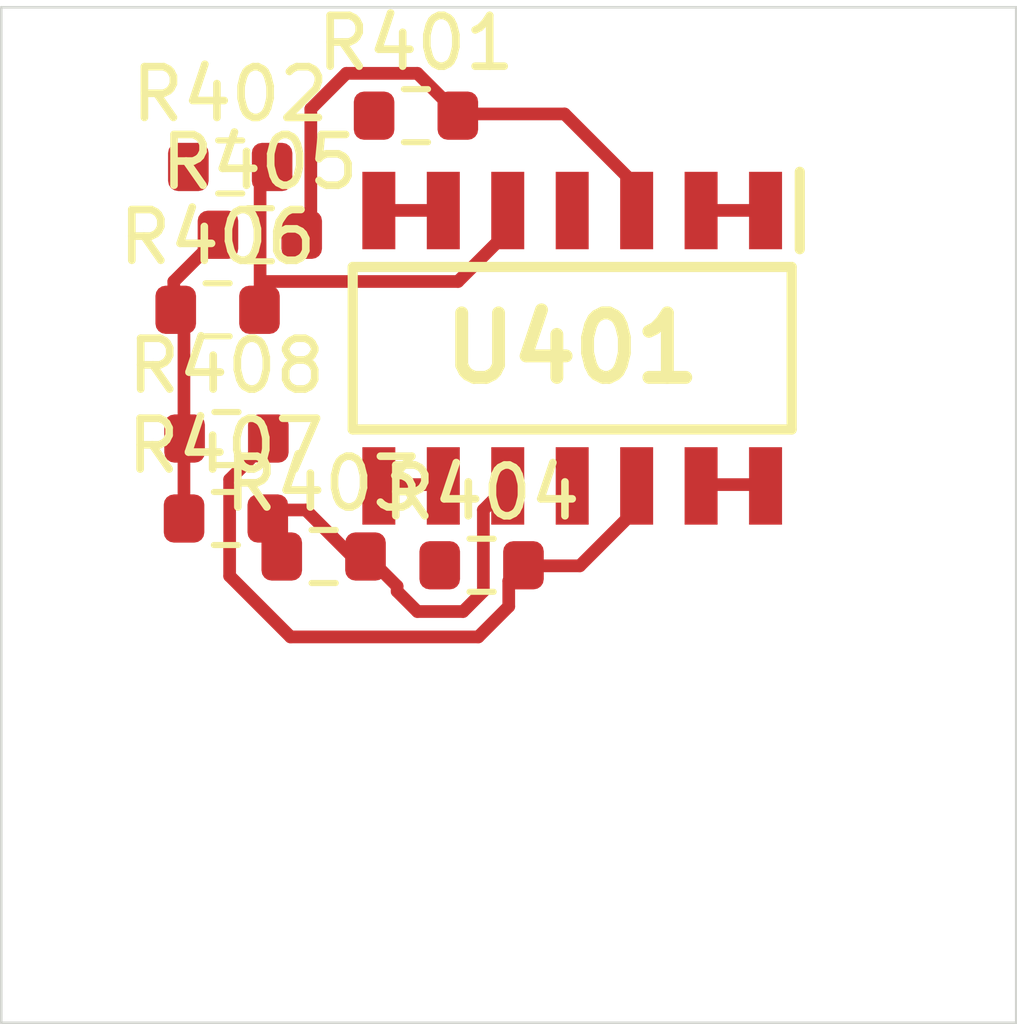
<source format=kicad_pcb>
 ( kicad_pcb  ( version 20171130 )
 ( host pcbnew 5.1.12-84ad8e8a86~92~ubuntu18.04.1 )
 ( general  ( thickness 1.6 )
 ( drawings 4 )
 ( tracks 0 )
 ( zones 0 )
 ( modules 9 )
 ( nets 14 )
)
 ( page A4 )
 ( layers  ( 0 F.Cu signal )
 ( 31 B.Cu signal )
 ( 32 B.Adhes user )
 ( 33 F.Adhes user )
 ( 34 B.Paste user )
 ( 35 F.Paste user )
 ( 36 B.SilkS user )
 ( 37 F.SilkS user )
 ( 38 B.Mask user )
 ( 39 F.Mask user )
 ( 40 Dwgs.User user )
 ( 41 Cmts.User user )
 ( 42 Eco1.User user )
 ( 43 Eco2.User user )
 ( 44 Edge.Cuts user )
 ( 45 Margin user )
 ( 46 B.CrtYd user )
 ( 47 F.CrtYd user )
 ( 48 B.Fab user )
 ( 49 F.Fab user )
)
 ( setup  ( last_trace_width 0.25 )
 ( trace_clearance 0.2 )
 ( zone_clearance 0.508 )
 ( zone_45_only no )
 ( trace_min 0.2 )
 ( via_size 0.8 )
 ( via_drill 0.4 )
 ( via_min_size 0.4 )
 ( via_min_drill 0.3 )
 ( uvia_size 0.3 )
 ( uvia_drill 0.1 )
 ( uvias_allowed no )
 ( uvia_min_size 0.2 )
 ( uvia_min_drill 0.1 )
 ( edge_width 0.05 )
 ( segment_width 0.2 )
 ( pcb_text_width 0.3 )
 ( pcb_text_size 1.5 1.5 )
 ( mod_edge_width 0.12 )
 ( mod_text_size 1 1 )
 ( mod_text_width 0.15 )
 ( pad_size 1.524 1.524 )
 ( pad_drill 0.762 )
 ( pad_to_mask_clearance 0 )
 ( aux_axis_origin 0 0 )
 ( visible_elements FFFFFF7F )
 ( pcbplotparams  ( layerselection 0x010fc_ffffffff )
 ( usegerberextensions false )
 ( usegerberattributes true )
 ( usegerberadvancedattributes true )
 ( creategerberjobfile true )
 ( excludeedgelayer true )
 ( linewidth 0.100000 )
 ( plotframeref false )
 ( viasonmask false )
 ( mode 1 )
 ( useauxorigin false )
 ( hpglpennumber 1 )
 ( hpglpenspeed 20 )
 ( hpglpendiameter 15.000000 )
 ( psnegative false )
 ( psa4output false )
 ( plotreference true )
 ( plotvalue true )
 ( plotinvisibletext false )
 ( padsonsilk false )
 ( subtractmaskfromsilk false )
 ( outputformat 1 )
 ( mirror false )
 ( drillshape 1 )
 ( scaleselection 1 )
 ( outputdirectory "" )
)
)
 ( net 0 "" )
 ( net 1 /Sheet6235D886/vp )
 ( net 2 /Sheet6248AD22/chn0 )
 ( net 3 /Sheet6248AD22/chn1 )
 ( net 4 /Sheet6248AD22/chn2 )
 ( net 5 /Sheet6248AD22/chn3 )
 ( net 6 "Net-(R401-Pad2)" )
 ( net 7 "Net-(R402-Pad2)" )
 ( net 8 "Net-(R403-Pad2)" )
 ( net 9 "Net-(R404-Pad2)" )
 ( net 10 /Sheet6248AD22/chn0_n )
 ( net 11 /Sheet6248AD22/chn1_n )
 ( net 12 /Sheet6248AD22/chn2_n )
 ( net 13 /Sheet6248AD22/chn3_n )
 ( net_class Default "This is the default net class."  ( clearance 0.2 )
 ( trace_width 0.25 )
 ( via_dia 0.8 )
 ( via_drill 0.4 )
 ( uvia_dia 0.3 )
 ( uvia_drill 0.1 )
 ( add_net /Sheet6235D886/vp )
 ( add_net /Sheet6248AD22/chn0 )
 ( add_net /Sheet6248AD22/chn0_n )
 ( add_net /Sheet6248AD22/chn1 )
 ( add_net /Sheet6248AD22/chn1_n )
 ( add_net /Sheet6248AD22/chn2 )
 ( add_net /Sheet6248AD22/chn2_n )
 ( add_net /Sheet6248AD22/chn3 )
 ( add_net /Sheet6248AD22/chn3_n )
 ( add_net "Net-(R401-Pad2)" )
 ( add_net "Net-(R402-Pad2)" )
 ( add_net "Net-(R403-Pad2)" )
 ( add_net "Net-(R404-Pad2)" )
)
 ( module Resistor_SMD:R_0603_1608Metric  ( layer F.Cu )
 ( tedit 5F68FEEE )
 ( tstamp 623425C8 )
 ( at 88.171900 102.134000 )
 ( descr "Resistor SMD 0603 (1608 Metric), square (rectangular) end terminal, IPC_7351 nominal, (Body size source: IPC-SM-782 page 72, https://www.pcb-3d.com/wordpress/wp-content/uploads/ipc-sm-782a_amendment_1_and_2.pdf), generated with kicad-footprint-generator" )
 ( tags resistor )
 ( path /6248AD23/6249ADFD )
 ( attr smd )
 ( fp_text reference R401  ( at 0 -1.43 )
 ( layer F.SilkS )
 ( effects  ( font  ( size 1 1 )
 ( thickness 0.15 )
)
)
)
 ( fp_text value 10M  ( at 0 1.43 )
 ( layer F.Fab )
 ( effects  ( font  ( size 1 1 )
 ( thickness 0.15 )
)
)
)
 ( fp_line  ( start -0.8 0.4125 )
 ( end -0.8 -0.4125 )
 ( layer F.Fab )
 ( width 0.1 )
)
 ( fp_line  ( start -0.8 -0.4125 )
 ( end 0.8 -0.4125 )
 ( layer F.Fab )
 ( width 0.1 )
)
 ( fp_line  ( start 0.8 -0.4125 )
 ( end 0.8 0.4125 )
 ( layer F.Fab )
 ( width 0.1 )
)
 ( fp_line  ( start 0.8 0.4125 )
 ( end -0.8 0.4125 )
 ( layer F.Fab )
 ( width 0.1 )
)
 ( fp_line  ( start -0.237258 -0.5225 )
 ( end 0.237258 -0.5225 )
 ( layer F.SilkS )
 ( width 0.12 )
)
 ( fp_line  ( start -0.237258 0.5225 )
 ( end 0.237258 0.5225 )
 ( layer F.SilkS )
 ( width 0.12 )
)
 ( fp_line  ( start -1.48 0.73 )
 ( end -1.48 -0.73 )
 ( layer F.CrtYd )
 ( width 0.05 )
)
 ( fp_line  ( start -1.48 -0.73 )
 ( end 1.48 -0.73 )
 ( layer F.CrtYd )
 ( width 0.05 )
)
 ( fp_line  ( start 1.48 -0.73 )
 ( end 1.48 0.73 )
 ( layer F.CrtYd )
 ( width 0.05 )
)
 ( fp_line  ( start 1.48 0.73 )
 ( end -1.48 0.73 )
 ( layer F.CrtYd )
 ( width 0.05 )
)
 ( fp_text user %R  ( at 0 0 )
 ( layer F.Fab )
 ( effects  ( font  ( size 0.4 0.4 )
 ( thickness 0.06 )
)
)
)
 ( pad 2 smd roundrect  ( at 0.825 0 )
 ( size 0.8 0.95 )
 ( layers F.Cu F.Mask F.Paste )
 ( roundrect_rratio 0.25 )
 ( net 6 "Net-(R401-Pad2)" )
)
 ( pad 1 smd roundrect  ( at -0.825 0 )
 ( size 0.8 0.95 )
 ( layers F.Cu F.Mask F.Paste )
 ( roundrect_rratio 0.25 )
 ( net 10 /Sheet6248AD22/chn0_n )
)
 ( model ${KISYS3DMOD}/Resistor_SMD.3dshapes/R_0603_1608Metric.wrl  ( at  ( xyz 0 0 0 )
)
 ( scale  ( xyz 1 1 1 )
)
 ( rotate  ( xyz 0 0 0 )
)
)
)
 ( module Resistor_SMD:R_0603_1608Metric  ( layer F.Cu )
 ( tedit 5F68FEEE )
 ( tstamp 623425D9 )
 ( at 84.511600 103.144000 )
 ( descr "Resistor SMD 0603 (1608 Metric), square (rectangular) end terminal, IPC_7351 nominal, (Body size source: IPC-SM-782 page 72, https://www.pcb-3d.com/wordpress/wp-content/uploads/ipc-sm-782a_amendment_1_and_2.pdf), generated with kicad-footprint-generator" )
 ( tags resistor )
 ( path /6248AD23/6249B75E )
 ( attr smd )
 ( fp_text reference R402  ( at 0 -1.43 )
 ( layer F.SilkS )
 ( effects  ( font  ( size 1 1 )
 ( thickness 0.15 )
)
)
)
 ( fp_text value 10M  ( at 0 1.43 )
 ( layer F.Fab )
 ( effects  ( font  ( size 1 1 )
 ( thickness 0.15 )
)
)
)
 ( fp_line  ( start 1.48 0.73 )
 ( end -1.48 0.73 )
 ( layer F.CrtYd )
 ( width 0.05 )
)
 ( fp_line  ( start 1.48 -0.73 )
 ( end 1.48 0.73 )
 ( layer F.CrtYd )
 ( width 0.05 )
)
 ( fp_line  ( start -1.48 -0.73 )
 ( end 1.48 -0.73 )
 ( layer F.CrtYd )
 ( width 0.05 )
)
 ( fp_line  ( start -1.48 0.73 )
 ( end -1.48 -0.73 )
 ( layer F.CrtYd )
 ( width 0.05 )
)
 ( fp_line  ( start -0.237258 0.5225 )
 ( end 0.237258 0.5225 )
 ( layer F.SilkS )
 ( width 0.12 )
)
 ( fp_line  ( start -0.237258 -0.5225 )
 ( end 0.237258 -0.5225 )
 ( layer F.SilkS )
 ( width 0.12 )
)
 ( fp_line  ( start 0.8 0.4125 )
 ( end -0.8 0.4125 )
 ( layer F.Fab )
 ( width 0.1 )
)
 ( fp_line  ( start 0.8 -0.4125 )
 ( end 0.8 0.4125 )
 ( layer F.Fab )
 ( width 0.1 )
)
 ( fp_line  ( start -0.8 -0.4125 )
 ( end 0.8 -0.4125 )
 ( layer F.Fab )
 ( width 0.1 )
)
 ( fp_line  ( start -0.8 0.4125 )
 ( end -0.8 -0.4125 )
 ( layer F.Fab )
 ( width 0.1 )
)
 ( fp_text user %R  ( at 0 0 )
 ( layer F.Fab )
 ( effects  ( font  ( size 0.4 0.4 )
 ( thickness 0.06 )
)
)
)
 ( pad 1 smd roundrect  ( at -0.825 0 )
 ( size 0.8 0.95 )
 ( layers F.Cu F.Mask F.Paste )
 ( roundrect_rratio 0.25 )
 ( net 11 /Sheet6248AD22/chn1_n )
)
 ( pad 2 smd roundrect  ( at 0.825 0 )
 ( size 0.8 0.95 )
 ( layers F.Cu F.Mask F.Paste )
 ( roundrect_rratio 0.25 )
 ( net 7 "Net-(R402-Pad2)" )
)
 ( model ${KISYS3DMOD}/Resistor_SMD.3dshapes/R_0603_1608Metric.wrl  ( at  ( xyz 0 0 0 )
)
 ( scale  ( xyz 1 1 1 )
)
 ( rotate  ( xyz 0 0 0 )
)
)
)
 ( module Resistor_SMD:R_0603_1608Metric  ( layer F.Cu )
 ( tedit 5F68FEEE )
 ( tstamp 623425EA )
 ( at 86.352300 110.816000 )
 ( descr "Resistor SMD 0603 (1608 Metric), square (rectangular) end terminal, IPC_7351 nominal, (Body size source: IPC-SM-782 page 72, https://www.pcb-3d.com/wordpress/wp-content/uploads/ipc-sm-782a_amendment_1_and_2.pdf), generated with kicad-footprint-generator" )
 ( tags resistor )
 ( path /6248AD23/6249FB7A )
 ( attr smd )
 ( fp_text reference R403  ( at 0 -1.43 )
 ( layer F.SilkS )
 ( effects  ( font  ( size 1 1 )
 ( thickness 0.15 )
)
)
)
 ( fp_text value 10M  ( at 0 1.43 )
 ( layer F.Fab )
 ( effects  ( font  ( size 1 1 )
 ( thickness 0.15 )
)
)
)
 ( fp_line  ( start 1.48 0.73 )
 ( end -1.48 0.73 )
 ( layer F.CrtYd )
 ( width 0.05 )
)
 ( fp_line  ( start 1.48 -0.73 )
 ( end 1.48 0.73 )
 ( layer F.CrtYd )
 ( width 0.05 )
)
 ( fp_line  ( start -1.48 -0.73 )
 ( end 1.48 -0.73 )
 ( layer F.CrtYd )
 ( width 0.05 )
)
 ( fp_line  ( start -1.48 0.73 )
 ( end -1.48 -0.73 )
 ( layer F.CrtYd )
 ( width 0.05 )
)
 ( fp_line  ( start -0.237258 0.5225 )
 ( end 0.237258 0.5225 )
 ( layer F.SilkS )
 ( width 0.12 )
)
 ( fp_line  ( start -0.237258 -0.5225 )
 ( end 0.237258 -0.5225 )
 ( layer F.SilkS )
 ( width 0.12 )
)
 ( fp_line  ( start 0.8 0.4125 )
 ( end -0.8 0.4125 )
 ( layer F.Fab )
 ( width 0.1 )
)
 ( fp_line  ( start 0.8 -0.4125 )
 ( end 0.8 0.4125 )
 ( layer F.Fab )
 ( width 0.1 )
)
 ( fp_line  ( start -0.8 -0.4125 )
 ( end 0.8 -0.4125 )
 ( layer F.Fab )
 ( width 0.1 )
)
 ( fp_line  ( start -0.8 0.4125 )
 ( end -0.8 -0.4125 )
 ( layer F.Fab )
 ( width 0.1 )
)
 ( fp_text user %R  ( at 0 0 )
 ( layer F.Fab )
 ( effects  ( font  ( size 0.4 0.4 )
 ( thickness 0.06 )
)
)
)
 ( pad 1 smd roundrect  ( at -0.825 0 )
 ( size 0.8 0.95 )
 ( layers F.Cu F.Mask F.Paste )
 ( roundrect_rratio 0.25 )
 ( net 12 /Sheet6248AD22/chn2_n )
)
 ( pad 2 smd roundrect  ( at 0.825 0 )
 ( size 0.8 0.95 )
 ( layers F.Cu F.Mask F.Paste )
 ( roundrect_rratio 0.25 )
 ( net 8 "Net-(R403-Pad2)" )
)
 ( model ${KISYS3DMOD}/Resistor_SMD.3dshapes/R_0603_1608Metric.wrl  ( at  ( xyz 0 0 0 )
)
 ( scale  ( xyz 1 1 1 )
)
 ( rotate  ( xyz 0 0 0 )
)
)
)
 ( module Resistor_SMD:R_0603_1608Metric  ( layer F.Cu )
 ( tedit 5F68FEEE )
 ( tstamp 623425FB )
 ( at 89.465100 110.989000 )
 ( descr "Resistor SMD 0603 (1608 Metric), square (rectangular) end terminal, IPC_7351 nominal, (Body size source: IPC-SM-782 page 72, https://www.pcb-3d.com/wordpress/wp-content/uploads/ipc-sm-782a_amendment_1_and_2.pdf), generated with kicad-footprint-generator" )
 ( tags resistor )
 ( path /6248AD23/6249FB74 )
 ( attr smd )
 ( fp_text reference R404  ( at 0 -1.43 )
 ( layer F.SilkS )
 ( effects  ( font  ( size 1 1 )
 ( thickness 0.15 )
)
)
)
 ( fp_text value 10M  ( at 0 1.43 )
 ( layer F.Fab )
 ( effects  ( font  ( size 1 1 )
 ( thickness 0.15 )
)
)
)
 ( fp_line  ( start -0.8 0.4125 )
 ( end -0.8 -0.4125 )
 ( layer F.Fab )
 ( width 0.1 )
)
 ( fp_line  ( start -0.8 -0.4125 )
 ( end 0.8 -0.4125 )
 ( layer F.Fab )
 ( width 0.1 )
)
 ( fp_line  ( start 0.8 -0.4125 )
 ( end 0.8 0.4125 )
 ( layer F.Fab )
 ( width 0.1 )
)
 ( fp_line  ( start 0.8 0.4125 )
 ( end -0.8 0.4125 )
 ( layer F.Fab )
 ( width 0.1 )
)
 ( fp_line  ( start -0.237258 -0.5225 )
 ( end 0.237258 -0.5225 )
 ( layer F.SilkS )
 ( width 0.12 )
)
 ( fp_line  ( start -0.237258 0.5225 )
 ( end 0.237258 0.5225 )
 ( layer F.SilkS )
 ( width 0.12 )
)
 ( fp_line  ( start -1.48 0.73 )
 ( end -1.48 -0.73 )
 ( layer F.CrtYd )
 ( width 0.05 )
)
 ( fp_line  ( start -1.48 -0.73 )
 ( end 1.48 -0.73 )
 ( layer F.CrtYd )
 ( width 0.05 )
)
 ( fp_line  ( start 1.48 -0.73 )
 ( end 1.48 0.73 )
 ( layer F.CrtYd )
 ( width 0.05 )
)
 ( fp_line  ( start 1.48 0.73 )
 ( end -1.48 0.73 )
 ( layer F.CrtYd )
 ( width 0.05 )
)
 ( fp_text user %R  ( at 0 0 )
 ( layer F.Fab )
 ( effects  ( font  ( size 0.4 0.4 )
 ( thickness 0.06 )
)
)
)
 ( pad 2 smd roundrect  ( at 0.825 0 )
 ( size 0.8 0.95 )
 ( layers F.Cu F.Mask F.Paste )
 ( roundrect_rratio 0.25 )
 ( net 9 "Net-(R404-Pad2)" )
)
 ( pad 1 smd roundrect  ( at -0.825 0 )
 ( size 0.8 0.95 )
 ( layers F.Cu F.Mask F.Paste )
 ( roundrect_rratio 0.25 )
 ( net 13 /Sheet6248AD22/chn3_n )
)
 ( model ${KISYS3DMOD}/Resistor_SMD.3dshapes/R_0603_1608Metric.wrl  ( at  ( xyz 0 0 0 )
)
 ( scale  ( xyz 1 1 1 )
)
 ( rotate  ( xyz 0 0 0 )
)
)
)
 ( module Resistor_SMD:R_0603_1608Metric  ( layer F.Cu )
 ( tedit 5F68FEEE )
 ( tstamp 6234260C )
 ( at 85.094900 104.479000 )
 ( descr "Resistor SMD 0603 (1608 Metric), square (rectangular) end terminal, IPC_7351 nominal, (Body size source: IPC-SM-782 page 72, https://www.pcb-3d.com/wordpress/wp-content/uploads/ipc-sm-782a_amendment_1_and_2.pdf), generated with kicad-footprint-generator" )
 ( tags resistor )
 ( path /6248AD23/62497F62 )
 ( attr smd )
 ( fp_text reference R405  ( at 0 -1.43 )
 ( layer F.SilkS )
 ( effects  ( font  ( size 1 1 )
 ( thickness 0.15 )
)
)
)
 ( fp_text value 750k  ( at 0 1.43 )
 ( layer F.Fab )
 ( effects  ( font  ( size 1 1 )
 ( thickness 0.15 )
)
)
)
 ( fp_line  ( start -0.8 0.4125 )
 ( end -0.8 -0.4125 )
 ( layer F.Fab )
 ( width 0.1 )
)
 ( fp_line  ( start -0.8 -0.4125 )
 ( end 0.8 -0.4125 )
 ( layer F.Fab )
 ( width 0.1 )
)
 ( fp_line  ( start 0.8 -0.4125 )
 ( end 0.8 0.4125 )
 ( layer F.Fab )
 ( width 0.1 )
)
 ( fp_line  ( start 0.8 0.4125 )
 ( end -0.8 0.4125 )
 ( layer F.Fab )
 ( width 0.1 )
)
 ( fp_line  ( start -0.237258 -0.5225 )
 ( end 0.237258 -0.5225 )
 ( layer F.SilkS )
 ( width 0.12 )
)
 ( fp_line  ( start -0.237258 0.5225 )
 ( end 0.237258 0.5225 )
 ( layer F.SilkS )
 ( width 0.12 )
)
 ( fp_line  ( start -1.48 0.73 )
 ( end -1.48 -0.73 )
 ( layer F.CrtYd )
 ( width 0.05 )
)
 ( fp_line  ( start -1.48 -0.73 )
 ( end 1.48 -0.73 )
 ( layer F.CrtYd )
 ( width 0.05 )
)
 ( fp_line  ( start 1.48 -0.73 )
 ( end 1.48 0.73 )
 ( layer F.CrtYd )
 ( width 0.05 )
)
 ( fp_line  ( start 1.48 0.73 )
 ( end -1.48 0.73 )
 ( layer F.CrtYd )
 ( width 0.05 )
)
 ( fp_text user %R  ( at 0 0 )
 ( layer F.Fab )
 ( effects  ( font  ( size 0.4 0.4 )
 ( thickness 0.06 )
)
)
)
 ( pad 2 smd roundrect  ( at 0.825 0 )
 ( size 0.8 0.95 )
 ( layers F.Cu F.Mask F.Paste )
 ( roundrect_rratio 0.25 )
 ( net 6 "Net-(R401-Pad2)" )
)
 ( pad 1 smd roundrect  ( at -0.825 0 )
 ( size 0.8 0.95 )
 ( layers F.Cu F.Mask F.Paste )
 ( roundrect_rratio 0.25 )
 ( net 1 /Sheet6235D886/vp )
)
 ( model ${KISYS3DMOD}/Resistor_SMD.3dshapes/R_0603_1608Metric.wrl  ( at  ( xyz 0 0 0 )
)
 ( scale  ( xyz 1 1 1 )
)
 ( rotate  ( xyz 0 0 0 )
)
)
)
 ( module Resistor_SMD:R_0603_1608Metric  ( layer F.Cu )
 ( tedit 5F68FEEE )
 ( tstamp 6234261D )
 ( at 84.263100 105.957000 )
 ( descr "Resistor SMD 0603 (1608 Metric), square (rectangular) end terminal, IPC_7351 nominal, (Body size source: IPC-SM-782 page 72, https://www.pcb-3d.com/wordpress/wp-content/uploads/ipc-sm-782a_amendment_1_and_2.pdf), generated with kicad-footprint-generator" )
 ( tags resistor )
 ( path /6248AD23/62499098 )
 ( attr smd )
 ( fp_text reference R406  ( at 0 -1.43 )
 ( layer F.SilkS )
 ( effects  ( font  ( size 1 1 )
 ( thickness 0.15 )
)
)
)
 ( fp_text value 750k  ( at 0 1.43 )
 ( layer F.Fab )
 ( effects  ( font  ( size 1 1 )
 ( thickness 0.15 )
)
)
)
 ( fp_line  ( start 1.48 0.73 )
 ( end -1.48 0.73 )
 ( layer F.CrtYd )
 ( width 0.05 )
)
 ( fp_line  ( start 1.48 -0.73 )
 ( end 1.48 0.73 )
 ( layer F.CrtYd )
 ( width 0.05 )
)
 ( fp_line  ( start -1.48 -0.73 )
 ( end 1.48 -0.73 )
 ( layer F.CrtYd )
 ( width 0.05 )
)
 ( fp_line  ( start -1.48 0.73 )
 ( end -1.48 -0.73 )
 ( layer F.CrtYd )
 ( width 0.05 )
)
 ( fp_line  ( start -0.237258 0.5225 )
 ( end 0.237258 0.5225 )
 ( layer F.SilkS )
 ( width 0.12 )
)
 ( fp_line  ( start -0.237258 -0.5225 )
 ( end 0.237258 -0.5225 )
 ( layer F.SilkS )
 ( width 0.12 )
)
 ( fp_line  ( start 0.8 0.4125 )
 ( end -0.8 0.4125 )
 ( layer F.Fab )
 ( width 0.1 )
)
 ( fp_line  ( start 0.8 -0.4125 )
 ( end 0.8 0.4125 )
 ( layer F.Fab )
 ( width 0.1 )
)
 ( fp_line  ( start -0.8 -0.4125 )
 ( end 0.8 -0.4125 )
 ( layer F.Fab )
 ( width 0.1 )
)
 ( fp_line  ( start -0.8 0.4125 )
 ( end -0.8 -0.4125 )
 ( layer F.Fab )
 ( width 0.1 )
)
 ( fp_text user %R  ( at 0 0 )
 ( layer F.Fab )
 ( effects  ( font  ( size 0.4 0.4 )
 ( thickness 0.06 )
)
)
)
 ( pad 1 smd roundrect  ( at -0.825 0 )
 ( size 0.8 0.95 )
 ( layers F.Cu F.Mask F.Paste )
 ( roundrect_rratio 0.25 )
 ( net 1 /Sheet6235D886/vp )
)
 ( pad 2 smd roundrect  ( at 0.825 0 )
 ( size 0.8 0.95 )
 ( layers F.Cu F.Mask F.Paste )
 ( roundrect_rratio 0.25 )
 ( net 7 "Net-(R402-Pad2)" )
)
 ( model ${KISYS3DMOD}/Resistor_SMD.3dshapes/R_0603_1608Metric.wrl  ( at  ( xyz 0 0 0 )
)
 ( scale  ( xyz 1 1 1 )
)
 ( rotate  ( xyz 0 0 0 )
)
)
)
 ( module Resistor_SMD:R_0603_1608Metric  ( layer F.Cu )
 ( tedit 5F68FEEE )
 ( tstamp 6234262E )
 ( at 84.426900 110.068000 )
 ( descr "Resistor SMD 0603 (1608 Metric), square (rectangular) end terminal, IPC_7351 nominal, (Body size source: IPC-SM-782 page 72, https://www.pcb-3d.com/wordpress/wp-content/uploads/ipc-sm-782a_amendment_1_and_2.pdf), generated with kicad-footprint-generator" )
 ( tags resistor )
 ( path /6248AD23/624A0FFB )
 ( attr smd )
 ( fp_text reference R407  ( at 0 -1.43 )
 ( layer F.SilkS )
 ( effects  ( font  ( size 1 1 )
 ( thickness 0.15 )
)
)
)
 ( fp_text value 1.5M  ( at 0 1.43 )
 ( layer F.Fab )
 ( effects  ( font  ( size 1 1 )
 ( thickness 0.15 )
)
)
)
 ( fp_line  ( start 1.48 0.73 )
 ( end -1.48 0.73 )
 ( layer F.CrtYd )
 ( width 0.05 )
)
 ( fp_line  ( start 1.48 -0.73 )
 ( end 1.48 0.73 )
 ( layer F.CrtYd )
 ( width 0.05 )
)
 ( fp_line  ( start -1.48 -0.73 )
 ( end 1.48 -0.73 )
 ( layer F.CrtYd )
 ( width 0.05 )
)
 ( fp_line  ( start -1.48 0.73 )
 ( end -1.48 -0.73 )
 ( layer F.CrtYd )
 ( width 0.05 )
)
 ( fp_line  ( start -0.237258 0.5225 )
 ( end 0.237258 0.5225 )
 ( layer F.SilkS )
 ( width 0.12 )
)
 ( fp_line  ( start -0.237258 -0.5225 )
 ( end 0.237258 -0.5225 )
 ( layer F.SilkS )
 ( width 0.12 )
)
 ( fp_line  ( start 0.8 0.4125 )
 ( end -0.8 0.4125 )
 ( layer F.Fab )
 ( width 0.1 )
)
 ( fp_line  ( start 0.8 -0.4125 )
 ( end 0.8 0.4125 )
 ( layer F.Fab )
 ( width 0.1 )
)
 ( fp_line  ( start -0.8 -0.4125 )
 ( end 0.8 -0.4125 )
 ( layer F.Fab )
 ( width 0.1 )
)
 ( fp_line  ( start -0.8 0.4125 )
 ( end -0.8 -0.4125 )
 ( layer F.Fab )
 ( width 0.1 )
)
 ( fp_text user %R  ( at 0 0 )
 ( layer F.Fab )
 ( effects  ( font  ( size 0.4 0.4 )
 ( thickness 0.06 )
)
)
)
 ( pad 1 smd roundrect  ( at -0.825 0 )
 ( size 0.8 0.95 )
 ( layers F.Cu F.Mask F.Paste )
 ( roundrect_rratio 0.25 )
 ( net 1 /Sheet6235D886/vp )
)
 ( pad 2 smd roundrect  ( at 0.825 0 )
 ( size 0.8 0.95 )
 ( layers F.Cu F.Mask F.Paste )
 ( roundrect_rratio 0.25 )
 ( net 8 "Net-(R403-Pad2)" )
)
 ( model ${KISYS3DMOD}/Resistor_SMD.3dshapes/R_0603_1608Metric.wrl  ( at  ( xyz 0 0 0 )
)
 ( scale  ( xyz 1 1 1 )
)
 ( rotate  ( xyz 0 0 0 )
)
)
)
 ( module Resistor_SMD:R_0603_1608Metric  ( layer F.Cu )
 ( tedit 5F68FEEE )
 ( tstamp 6234263F )
 ( at 84.437600 108.493000 )
 ( descr "Resistor SMD 0603 (1608 Metric), square (rectangular) end terminal, IPC_7351 nominal, (Body size source: IPC-SM-782 page 72, https://www.pcb-3d.com/wordpress/wp-content/uploads/ipc-sm-782a_amendment_1_and_2.pdf), generated with kicad-footprint-generator" )
 ( tags resistor )
 ( path /6248AD23/624A093C )
 ( attr smd )
 ( fp_text reference R408  ( at 0 -1.43 )
 ( layer F.SilkS )
 ( effects  ( font  ( size 1 1 )
 ( thickness 0.15 )
)
)
)
 ( fp_text value 1.5M  ( at 0 1.43 )
 ( layer F.Fab )
 ( effects  ( font  ( size 1 1 )
 ( thickness 0.15 )
)
)
)
 ( fp_line  ( start -0.8 0.4125 )
 ( end -0.8 -0.4125 )
 ( layer F.Fab )
 ( width 0.1 )
)
 ( fp_line  ( start -0.8 -0.4125 )
 ( end 0.8 -0.4125 )
 ( layer F.Fab )
 ( width 0.1 )
)
 ( fp_line  ( start 0.8 -0.4125 )
 ( end 0.8 0.4125 )
 ( layer F.Fab )
 ( width 0.1 )
)
 ( fp_line  ( start 0.8 0.4125 )
 ( end -0.8 0.4125 )
 ( layer F.Fab )
 ( width 0.1 )
)
 ( fp_line  ( start -0.237258 -0.5225 )
 ( end 0.237258 -0.5225 )
 ( layer F.SilkS )
 ( width 0.12 )
)
 ( fp_line  ( start -0.237258 0.5225 )
 ( end 0.237258 0.5225 )
 ( layer F.SilkS )
 ( width 0.12 )
)
 ( fp_line  ( start -1.48 0.73 )
 ( end -1.48 -0.73 )
 ( layer F.CrtYd )
 ( width 0.05 )
)
 ( fp_line  ( start -1.48 -0.73 )
 ( end 1.48 -0.73 )
 ( layer F.CrtYd )
 ( width 0.05 )
)
 ( fp_line  ( start 1.48 -0.73 )
 ( end 1.48 0.73 )
 ( layer F.CrtYd )
 ( width 0.05 )
)
 ( fp_line  ( start 1.48 0.73 )
 ( end -1.48 0.73 )
 ( layer F.CrtYd )
 ( width 0.05 )
)
 ( fp_text user %R  ( at 0 0 )
 ( layer F.Fab )
 ( effects  ( font  ( size 0.4 0.4 )
 ( thickness 0.06 )
)
)
)
 ( pad 2 smd roundrect  ( at 0.825 0 )
 ( size 0.8 0.95 )
 ( layers F.Cu F.Mask F.Paste )
 ( roundrect_rratio 0.25 )
 ( net 9 "Net-(R404-Pad2)" )
)
 ( pad 1 smd roundrect  ( at -0.825 0 )
 ( size 0.8 0.95 )
 ( layers F.Cu F.Mask F.Paste )
 ( roundrect_rratio 0.25 )
 ( net 1 /Sheet6235D886/vp )
)
 ( model ${KISYS3DMOD}/Resistor_SMD.3dshapes/R_0603_1608Metric.wrl  ( at  ( xyz 0 0 0 )
)
 ( scale  ( xyz 1 1 1 )
)
 ( rotate  ( xyz 0 0 0 )
)
)
)
 ( module TL074HIDR:SOIC127P600X175-14N locked  ( layer F.Cu )
 ( tedit 62336F37 )
 ( tstamp 62342709 )
 ( at 91.250400 106.714000 270.000000 )
 ( descr "D (-R-PDSO-G14)" )
 ( tags "Integrated Circuit" )
 ( path /6248AD23/624976B2 )
 ( attr smd )
 ( fp_text reference U401  ( at 0 0 )
 ( layer F.SilkS )
 ( effects  ( font  ( size 1.27 1.27 )
 ( thickness 0.254 )
)
)
)
 ( fp_text value TL074  ( at 0 0 )
 ( layer F.SilkS )
hide  ( effects  ( font  ( size 1.27 1.27 )
 ( thickness 0.254 )
)
)
)
 ( fp_line  ( start -3.725 -4.625 )
 ( end 3.725 -4.625 )
 ( layer Dwgs.User )
 ( width 0.05 )
)
 ( fp_line  ( start 3.725 -4.625 )
 ( end 3.725 4.625 )
 ( layer Dwgs.User )
 ( width 0.05 )
)
 ( fp_line  ( start 3.725 4.625 )
 ( end -3.725 4.625 )
 ( layer Dwgs.User )
 ( width 0.05 )
)
 ( fp_line  ( start -3.725 4.625 )
 ( end -3.725 -4.625 )
 ( layer Dwgs.User )
 ( width 0.05 )
)
 ( fp_line  ( start -1.95 -4.325 )
 ( end 1.95 -4.325 )
 ( layer Dwgs.User )
 ( width 0.1 )
)
 ( fp_line  ( start 1.95 -4.325 )
 ( end 1.95 4.325 )
 ( layer Dwgs.User )
 ( width 0.1 )
)
 ( fp_line  ( start 1.95 4.325 )
 ( end -1.95 4.325 )
 ( layer Dwgs.User )
 ( width 0.1 )
)
 ( fp_line  ( start -1.95 4.325 )
 ( end -1.95 -4.325 )
 ( layer Dwgs.User )
 ( width 0.1 )
)
 ( fp_line  ( start -1.95 -3.055 )
 ( end -0.68 -4.325 )
 ( layer Dwgs.User )
 ( width 0.1 )
)
 ( fp_line  ( start -1.6 -4.325 )
 ( end 1.6 -4.325 )
 ( layer F.SilkS )
 ( width 0.2 )
)
 ( fp_line  ( start 1.6 -4.325 )
 ( end 1.6 4.325 )
 ( layer F.SilkS )
 ( width 0.2 )
)
 ( fp_line  ( start 1.6 4.325 )
 ( end -1.6 4.325 )
 ( layer F.SilkS )
 ( width 0.2 )
)
 ( fp_line  ( start -1.6 4.325 )
 ( end -1.6 -4.325 )
 ( layer F.SilkS )
 ( width 0.2 )
)
 ( fp_line  ( start -3.475 -4.485 )
 ( end -1.95 -4.485 )
 ( layer F.SilkS )
 ( width 0.2 )
)
 ( pad 1 smd rect  ( at -2.712 -3.81 )
 ( size 0.65 1.525 )
 ( layers F.Cu F.Mask F.Paste )
 ( net 2 /Sheet6248AD22/chn0 )
)
 ( pad 2 smd rect  ( at -2.712 -2.54 )
 ( size 0.65 1.525 )
 ( layers F.Cu F.Mask F.Paste )
 ( net 2 /Sheet6248AD22/chn0 )
)
 ( pad 3 smd rect  ( at -2.712 -1.27 )
 ( size 0.65 1.525 )
 ( layers F.Cu F.Mask F.Paste )
 ( net 6 "Net-(R401-Pad2)" )
)
 ( pad 4 smd rect  ( at -2.712 0 )
 ( size 0.65 1.525 )
 ( layers F.Cu F.Mask F.Paste )
)
 ( pad 5 smd rect  ( at -2.712 1.27 )
 ( size 0.65 1.525 )
 ( layers F.Cu F.Mask F.Paste )
 ( net 7 "Net-(R402-Pad2)" )
)
 ( pad 6 smd rect  ( at -2.712 2.54 )
 ( size 0.65 1.525 )
 ( layers F.Cu F.Mask F.Paste )
 ( net 3 /Sheet6248AD22/chn1 )
)
 ( pad 7 smd rect  ( at -2.712 3.81 )
 ( size 0.65 1.525 )
 ( layers F.Cu F.Mask F.Paste )
 ( net 3 /Sheet6248AD22/chn1 )
)
 ( pad 8 smd rect  ( at 2.712 3.81 )
 ( size 0.65 1.525 )
 ( layers F.Cu F.Mask F.Paste )
 ( net 4 /Sheet6248AD22/chn2 )
)
 ( pad 9 smd rect  ( at 2.712 2.54 )
 ( size 0.65 1.525 )
 ( layers F.Cu F.Mask F.Paste )
 ( net 4 /Sheet6248AD22/chn2 )
)
 ( pad 10 smd rect  ( at 2.712 1.27 )
 ( size 0.65 1.525 )
 ( layers F.Cu F.Mask F.Paste )
 ( net 8 "Net-(R403-Pad2)" )
)
 ( pad 11 smd rect  ( at 2.712 0 )
 ( size 0.65 1.525 )
 ( layers F.Cu F.Mask F.Paste )
)
 ( pad 12 smd rect  ( at 2.712 -1.27 )
 ( size 0.65 1.525 )
 ( layers F.Cu F.Mask F.Paste )
 ( net 9 "Net-(R404-Pad2)" )
)
 ( pad 13 smd rect  ( at 2.712 -2.54 )
 ( size 0.65 1.525 )
 ( layers F.Cu F.Mask F.Paste )
 ( net 5 /Sheet6248AD22/chn3 )
)
 ( pad 14 smd rect  ( at 2.712 -3.81 )
 ( size 0.65 1.525 )
 ( layers F.Cu F.Mask F.Paste )
 ( net 5 /Sheet6248AD22/chn3 )
)
)
 ( gr_line  ( start 100 100 )
 ( end 100 120 )
 ( layer Edge.Cuts )
 ( width 0.05 )
 ( tstamp 62E76D2A )
)
 ( gr_line  ( start 80 120 )
 ( end 100 120 )
 ( layer Edge.Cuts )
 ( width 0.05 )
 ( tstamp 62E76D27 )
)
 ( gr_line  ( start 80 100 )
 ( end 80 120 )
 ( layer Edge.Cuts )
 ( width 0.05 )
 ( tstamp 6234110C )
)
 ( gr_line  ( start 80 100 )
 ( end 100 100 )
 ( layer Edge.Cuts )
 ( width 0.05 )
)
 ( segment  ( start 83.400001 106.000002 )
 ( end 83.400001 105.400002 )
 ( width 0.250000 )
 ( layer F.Cu )
 ( net 1 )
)
 ( segment  ( start 83.400001 105.400002 )
 ( end 84.300001 104.500002 )
 ( width 0.250000 )
 ( layer F.Cu )
 ( net 1 )
)
 ( segment  ( start 83.600001 110.100002 )
 ( end 83.600001 106.200002 )
 ( width 0.250000 )
 ( layer F.Cu )
 ( net 1 )
)
 ( segment  ( start 83.600001 106.200002 )
 ( end 83.400001 106.000002 )
 ( width 0.250000 )
 ( layer F.Cu )
 ( net 1 )
)
 ( segment  ( start 93.800001 104.000002 )
 ( end 95.100001 104.000002 )
 ( width 0.250000 )
 ( layer F.Cu )
 ( net 2 )
)
 ( segment  ( start 87.400001 104.000002 )
 ( end 88.700001 104.000002 )
 ( width 0.250000 )
 ( layer F.Cu )
 ( net 3 )
)
 ( segment  ( start 88.700001 109.400002 )
 ( end 87.400001 109.400002 )
 ( width 0.250000 )
 ( layer F.Cu )
 ( net 4 )
)
 ( segment  ( start 95.100001 109.400002 )
 ( end 93.800001 109.400002 )
 ( width 0.250000 )
 ( layer F.Cu )
 ( net 5 )
)
 ( segment  ( start 85.900001 104.500002 )
 ( end 86.100001 104.300002 )
 ( width 0.250000 )
 ( layer F.Cu )
 ( net 6 )
)
 ( segment  ( start 86.100001 104.300002 )
 ( end 86.100001 102.000002 )
 ( width 0.250000 )
 ( layer F.Cu )
 ( net 6 )
)
 ( segment  ( start 86.100001 102.000002 )
 ( end 86.800001 101.300002 )
 ( width 0.250000 )
 ( layer F.Cu )
 ( net 6 )
)
 ( segment  ( start 86.800001 101.300002 )
 ( end 88.200001 101.300002 )
 ( width 0.250000 )
 ( layer F.Cu )
 ( net 6 )
)
 ( segment  ( start 88.200001 101.300002 )
 ( end 89.000001 102.100002 )
 ( width 0.250000 )
 ( layer F.Cu )
 ( net 6 )
)
 ( segment  ( start 92.500001 104.000002 )
 ( end 92.500001 103.500002 )
 ( width 0.250000 )
 ( layer F.Cu )
 ( net 6 )
)
 ( segment  ( start 92.500001 103.500002 )
 ( end 91.100001 102.100002 )
 ( width 0.250000 )
 ( layer F.Cu )
 ( net 6 )
)
 ( segment  ( start 91.100001 102.100002 )
 ( end 89.000001 102.100002 )
 ( width 0.250000 )
 ( layer F.Cu )
 ( net 6 )
)
 ( segment  ( start 85.100001 106.000002 )
 ( end 85.100001 103.300002 )
 ( width 0.250000 )
 ( layer F.Cu )
 ( net 7 )
)
 ( segment  ( start 85.100001 103.300002 )
 ( end 85.300001 103.100002 )
 ( width 0.250000 )
 ( layer F.Cu )
 ( net 7 )
)
 ( segment  ( start 90.000001 104.000002 )
 ( end 90.000001 104.400002 )
 ( width 0.250000 )
 ( layer F.Cu )
 ( net 7 )
)
 ( segment  ( start 90.000001 104.400002 )
 ( end 89.000001 105.400002 )
 ( width 0.250000 )
 ( layer F.Cu )
 ( net 7 )
)
 ( segment  ( start 89.000001 105.400002 )
 ( end 85.100001 105.400002 )
 ( width 0.250000 )
 ( layer F.Cu )
 ( net 7 )
)
 ( segment  ( start 85.300001 110.100002 )
 ( end 85.200001 110.000002 )
 ( width 0.250000 )
 ( layer F.Cu )
 ( net 8 )
)
 ( segment  ( start 85.200001 110.000002 )
 ( end 85.300001 109.900002 )
 ( width 0.250000 )
 ( layer F.Cu )
 ( net 8 )
)
 ( segment  ( start 85.300001 109.900002 )
 ( end 86.000001 109.900002 )
 ( width 0.250000 )
 ( layer F.Cu )
 ( net 8 )
)
 ( segment  ( start 86.000001 109.900002 )
 ( end 86.900001 110.800002 )
 ( width 0.250000 )
 ( layer F.Cu )
 ( net 8 )
)
 ( segment  ( start 86.900001 110.800002 )
 ( end 87.200001 110.800002 )
 ( width 0.250000 )
 ( layer F.Cu )
 ( net 8 )
)
 ( segment  ( start 90.000001 109.400002 )
 ( end 89.500001 109.900002 )
 ( width 0.250000 )
 ( layer F.Cu )
 ( net 8 )
)
 ( segment  ( start 89.500001 109.900002 )
 ( end 89.500001 111.500002 )
 ( width 0.250000 )
 ( layer F.Cu )
 ( net 8 )
)
 ( segment  ( start 89.500001 111.500002 )
 ( end 89.100001 111.900002 )
 ( width 0.250000 )
 ( layer F.Cu )
 ( net 8 )
)
 ( segment  ( start 89.100001 111.900002 )
 ( end 88.200001 111.900002 )
 ( width 0.250000 )
 ( layer F.Cu )
 ( net 8 )
)
 ( segment  ( start 88.200001 111.900002 )
 ( end 87.800001 111.500002 )
 ( width 0.250000 )
 ( layer F.Cu )
 ( net 8 )
)
 ( segment  ( start 87.800001 111.500002 )
 ( end 87.800001 111.400002 )
 ( width 0.250000 )
 ( layer F.Cu )
 ( net 8 )
)
 ( segment  ( start 87.800001 111.400002 )
 ( end 87.200001 110.800002 )
 ( width 0.250000 )
 ( layer F.Cu )
 ( net 8 )
)
 ( segment  ( start 85.300001 108.500002 )
 ( end 84.500001 109.300002 )
 ( width 0.250000 )
 ( layer F.Cu )
 ( net 9 )
)
 ( segment  ( start 84.500001 109.300002 )
 ( end 84.500001 111.200002 )
 ( width 0.250000 )
 ( layer F.Cu )
 ( net 9 )
)
 ( segment  ( start 84.500001 111.200002 )
 ( end 85.700001 112.400002 )
 ( width 0.250000 )
 ( layer F.Cu )
 ( net 9 )
)
 ( segment  ( start 85.700001 112.400002 )
 ( end 89.400001 112.400002 )
 ( width 0.250000 )
 ( layer F.Cu )
 ( net 9 )
)
 ( segment  ( start 89.400001 112.400002 )
 ( end 90.000001 111.800002 )
 ( width 0.250000 )
 ( layer F.Cu )
 ( net 9 )
)
 ( segment  ( start 90.000001 111.800002 )
 ( end 90.000001 111.300002 )
 ( width 0.250000 )
 ( layer F.Cu )
 ( net 9 )
)
 ( segment  ( start 90.000001 111.300002 )
 ( end 90.300001 111.000002 )
 ( width 0.250000 )
 ( layer F.Cu )
 ( net 9 )
)
 ( segment  ( start 92.500001 109.400002 )
 ( end 92.500001 109.900002 )
 ( width 0.250000 )
 ( layer F.Cu )
 ( net 9 )
)
 ( segment  ( start 92.500001 109.900002 )
 ( end 91.400001 111.000002 )
 ( width 0.250000 )
 ( layer F.Cu )
 ( net 9 )
)
 ( segment  ( start 91.400001 111.000002 )
 ( end 90.300001 111.000002 )
 ( width 0.250000 )
 ( layer F.Cu )
 ( net 9 )
)
)

</source>
